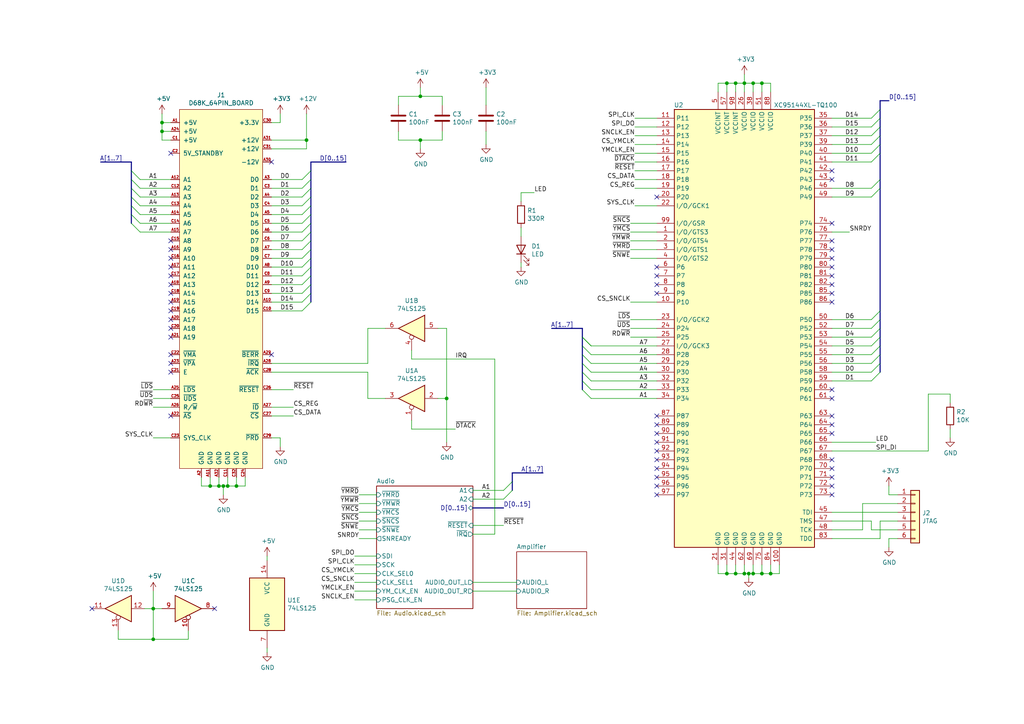
<source format=kicad_sch>
(kicad_sch (version 20211123) (generator eeschema)
  (paper "A4")
  (lib_symbols
    (symbol "74xx:74LS125" (pin_names (offset 1.016))
      (property "Reference" "U" (at 0 1.27 0))
      (property "Value" "74LS125" (at 0 -1.27 0))
      (symbol "74LS125_1_0"
        (polyline (pts (xy -3.81 3.81) (xy -3.81 -3.81) (xy 3.81 0) (xy -3.81 3.81)) (stroke (width 0.254)) (fill (type background)))
        (pin input inverted (at 0 -6.35 90) (length 4.445) (name "~") (number "1"))
        (pin input line (at -7.62 0 0) (length 3.81) (name "~") (number "2"))
        (pin tri_state line (at 7.62 0 180) (length 3.81) (name "~") (number "3"))
      )
      (symbol "74LS125_2_0"
        (polyline (pts (xy -3.81 3.81) (xy -3.81 -3.81) (xy 3.81 0) (xy -3.81 3.81)) (stroke (width 0.254)) (fill (type background)))
        (pin input inverted (at 0 -6.35 90) (length 4.445) (name "~") (number "4"))
        (pin input line (at -7.62 0 0) (length 3.81) (name "~") (number "5"))
        (pin tri_state line (at 7.62 0 180) (length 3.81) (name "~") (number "6"))
      )
      (symbol "74LS125_3_0"
        (polyline (pts (xy -3.81 3.81) (xy -3.81 -3.81) (xy 3.81 0) (xy -3.81 3.81)) (stroke (width 0.254)) (fill (type background)))
        (pin input inverted (at 0 -6.35 90) (length 4.445) (name "~") (number "10"))
        (pin tri_state line (at 7.62 0 180) (length 3.81) (name "~") (number "8"))
        (pin input line (at -7.62 0 0) (length 3.81) (name "~") (number "9"))
      )
      (symbol "74LS125_4_0"
        (polyline (pts (xy -3.81 3.81) (xy -3.81 -3.81) (xy 3.81 0) (xy -3.81 3.81)) (stroke (width 0.254)) (fill (type background)))
        (pin tri_state line (at 7.62 0 180) (length 3.81) (name "~") (number "11"))
        (pin input line (at -7.62 0 0) (length 3.81) (name "~") (number "12"))
        (pin input inverted (at 0 -6.35 90) (length 4.445) (name "~") (number "13"))
      )
      (symbol "74LS125_5_0"
        (pin power_in line (at 0 12.7 270) (length 5.08) (name "VCC") (number "14"))
        (pin power_in line (at 0 -12.7 90) (length 5.08) (name "GND") (number "7"))
      )
      (symbol "74LS125_5_1"
        (rectangle (start -5.08 7.62) (end 5.08 -7.62) (stroke (width 0.254)) (fill (type background)))
      )
    )
    (symbol "CPLD_Xilinx:XC95144XL-TQ100"
      (property "Reference" "U" (at -20.32 64.77 0))
      (property "Value" "XC95144XL-TQ100" (at -20.32 -64.77 0))
      (symbol "XC95144XL-TQ100_1_1"
        (rectangle (start -20.32 63.5) (end 20.32 -63.5) (stroke (width 0.254)) (fill (type background)))
        (pin bidirectional line (at -25.4 27.94 0) (length 5.08) (name "I/O/GTS3") (number "1"))
        (pin bidirectional line (at -25.4 7.62 0) (length 5.08) (name "P10") (number "10"))
        (pin power_in line (at 10.16 -68.58 90) (length 5.08) (name "GND") (number "100"))
        (pin bidirectional line (at -25.4 60.96 0) (length 5.08) (name "P11") (number "11"))
        (pin bidirectional line (at -25.4 58.42 0) (length 5.08) (name "P12") (number "12"))
        (pin bidirectional line (at -25.4 55.88 0) (length 5.08) (name "P13") (number "13"))
        (pin bidirectional line (at -25.4 53.34 0) (length 5.08) (name "P14") (number "14"))
        (pin bidirectional line (at -25.4 50.8 0) (length 5.08) (name "P15") (number "15"))
        (pin bidirectional line (at -25.4 48.26 0) (length 5.08) (name "P16") (number "16"))
        (pin bidirectional line (at -25.4 45.72 0) (length 5.08) (name "P17") (number "17"))
        (pin bidirectional line (at -25.4 43.18 0) (length 5.08) (name "P18") (number "18"))
        (pin bidirectional line (at -25.4 40.64 0) (length 5.08) (name "P19") (number "19"))
        (pin bidirectional line (at -25.4 25.4 0) (length 5.08) (name "I/O/GTS4") (number "2"))
        (pin bidirectional line (at -25.4 38.1 0) (length 5.08) (name "P20") (number "20"))
        (pin power_in line (at -7.62 -68.58 90) (length 5.08) (name "GND") (number "21"))
        (pin bidirectional line (at -25.4 35.56 0) (length 5.08) (name "I/O/GCK1") (number "22"))
        (pin bidirectional line (at -25.4 2.54 0) (length 5.08) (name "I/O/GCK2") (number "23"))
        (pin bidirectional line (at -25.4 0 0) (length 5.08) (name "P24") (number "24"))
        (pin bidirectional line (at -25.4 -2.54 0) (length 5.08) (name "P25") (number "25"))
        (pin power_in line (at 0 68.58 270) (length 5.08) (name "VCCIO") (number "26"))
        (pin bidirectional line (at -25.4 -5.08 0) (length 5.08) (name "I/O/GCK3") (number "27"))
        (pin bidirectional line (at -25.4 -7.62 0) (length 5.08) (name "P28") (number "28"))
        (pin bidirectional line (at -25.4 -10.16 0) (length 5.08) (name "P29") (number "29"))
        (pin bidirectional line (at -25.4 22.86 0) (length 5.08) (name "I/O/GTS1") (number "3"))
        (pin bidirectional line (at -25.4 -12.7 0) (length 5.08) (name "P30") (number "30"))
        (pin power_in line (at -5.08 -68.58 90) (length 5.08) (name "GND") (number "31"))
        (pin bidirectional line (at -25.4 -15.24 0) (length 5.08) (name "P32") (number "32"))
        (pin bidirectional line (at -25.4 -17.78 0) (length 5.08) (name "P33") (number "33"))
        (pin bidirectional line (at -25.4 -20.32 0) (length 5.08) (name "P34") (number "34"))
        (pin bidirectional line (at 25.4 60.96 180) (length 5.08) (name "P35") (number "35"))
        (pin bidirectional line (at 25.4 58.42 180) (length 5.08) (name "P36") (number "36"))
        (pin bidirectional line (at 25.4 55.88 180) (length 5.08) (name "P37") (number "37"))
        (pin power_in line (at 2.54 68.58 270) (length 5.08) (name "VCCIO") (number "38"))
        (pin bidirectional line (at 25.4 53.34 180) (length 5.08) (name "P39") (number "39"))
        (pin bidirectional line (at -25.4 20.32 0) (length 5.08) (name "I/O/GTS2") (number "4"))
        (pin bidirectional line (at 25.4 50.8 180) (length 5.08) (name "P40") (number "40"))
        (pin bidirectional line (at 25.4 48.26 180) (length 5.08) (name "P41") (number "41"))
        (pin bidirectional line (at 25.4 45.72 180) (length 5.08) (name "P42") (number "42"))
        (pin bidirectional line (at 25.4 43.18 180) (length 5.08) (name "P43") (number "43"))
        (pin power_in line (at -2.54 -68.58 90) (length 5.08) (name "GND") (number "44"))
        (pin input line (at 25.4 -53.34 180) (length 5.08) (name "TDI") (number "45"))
        (pin bidirectional line (at 25.4 40.64 180) (length 5.08) (name "P46") (number "46"))
        (pin input line (at 25.4 -55.88 180) (length 5.08) (name "TMS") (number "47"))
        (pin input line (at 25.4 -58.42 180) (length 5.08) (name "TCK") (number "48"))
        (pin bidirectional line (at 25.4 38.1 180) (length 5.08) (name "P49") (number "49"))
        (pin power_in line (at -7.62 68.58 270) (length 5.08) (name "VCCINT") (number "5"))
        (pin bidirectional line (at 25.4 2.54 180) (length 5.08) (name "P50") (number "50"))
        (pin power_in line (at 5.08 68.58 270) (length 5.08) (name "VCCIO") (number "51"))
        (pin bidirectional line (at 25.4 0 180) (length 5.08) (name "P52") (number "52"))
        (pin bidirectional line (at 25.4 -2.54 180) (length 5.08) (name "P53") (number "53"))
        (pin bidirectional line (at 25.4 -5.08 180) (length 5.08) (name "P54") (number "54"))
        (pin bidirectional line (at 25.4 -7.62 180) (length 5.08) (name "P55") (number "55"))
        (pin bidirectional line (at 25.4 -10.16 180) (length 5.08) (name "P56") (number "56"))
        (pin power_in line (at -5.08 68.58 270) (length 5.08) (name "VCCINT") (number "57"))
        (pin bidirectional line (at 25.4 -12.7 180) (length 5.08) (name "P58") (number "58"))
        (pin bidirectional line (at 25.4 -15.24 180) (length 5.08) (name "P59") (number "59"))
        (pin bidirectional line (at -25.4 17.78 0) (length 5.08) (name "P6") (number "6"))
        (pin bidirectional line (at 25.4 -17.78 180) (length 5.08) (name "P60") (number "60"))
        (pin bidirectional line (at 25.4 -20.32 180) (length 5.08) (name "P61") (number "61"))
        (pin power_in line (at 0 -68.58 90) (length 5.08) (name "GND") (number "62"))
        (pin bidirectional line (at 25.4 -25.4 180) (length 5.08) (name "P63") (number "63"))
        (pin bidirectional line (at 25.4 -27.94 180) (length 5.08) (name "P64") (number "64"))
        (pin bidirectional line (at 25.4 -30.48 180) (length 5.08) (name "P65") (number "65"))
        (pin bidirectional line (at 25.4 -33.02 180) (length 5.08) (name "P66") (number "66"))
        (pin bidirectional line (at 25.4 -35.56 180) (length 5.08) (name "P67") (number "67"))
        (pin bidirectional line (at 25.4 -38.1 180) (length 5.08) (name "P68") (number "68"))
        (pin power_in line (at 2.54 -68.58 90) (length 5.08) (name "GND") (number "69"))
        (pin bidirectional line (at -25.4 15.24 0) (length 5.08) (name "P7") (number "7"))
        (pin bidirectional line (at 25.4 -40.64 180) (length 5.08) (name "P70") (number "70"))
        (pin bidirectional line (at 25.4 -43.18 180) (length 5.08) (name "P71") (number "71"))
        (pin bidirectional line (at 25.4 -45.72 180) (length 5.08) (name "P72") (number "72"))
        (pin bidirectional line (at 25.4 -48.26 180) (length 5.08) (name "P73") (number "73"))
        (pin bidirectional line (at 25.4 30.48 180) (length 5.08) (name "P74") (number "74"))
        (pin power_in line (at 5.08 -68.58 90) (length 5.08) (name "GND") (number "75"))
        (pin bidirectional line (at 25.4 27.94 180) (length 5.08) (name "P76") (number "76"))
        (pin bidirectional line (at 25.4 25.4 180) (length 5.08) (name "P77") (number "77"))
        (pin bidirectional line (at 25.4 22.86 180) (length 5.08) (name "P78") (number "78"))
        (pin bidirectional line (at 25.4 20.32 180) (length 5.08) (name "P79") (number "79"))
        (pin bidirectional line (at -25.4 12.7 0) (length 5.08) (name "P8") (number "8"))
        (pin bidirectional line (at 25.4 17.78 180) (length 5.08) (name "P80") (number "80"))
        (pin bidirectional line (at 25.4 15.24 180) (length 5.08) (name "P81") (number "81"))
        (pin bidirectional line (at 25.4 12.7 180) (length 5.08) (name "P82") (number "82"))
        (pin output line (at 25.4 -60.96 180) (length 5.08) (name "TDO") (number "83"))
        (pin power_in line (at 7.62 -68.58 90) (length 5.08) (name "GND") (number "84"))
        (pin bidirectional line (at 25.4 10.16 180) (length 5.08) (name "P85") (number "85"))
        (pin bidirectional line (at 25.4 7.62 180) (length 5.08) (name "P86") (number "86"))
        (pin bidirectional line (at -25.4 -25.4 0) (length 5.08) (name "P87") (number "87"))
        (pin power_in line (at 7.62 68.58 270) (length 5.08) (name "VCCIO") (number "88"))
        (pin bidirectional line (at -25.4 -27.94 0) (length 5.08) (name "P89") (number "89"))
        (pin bidirectional line (at -25.4 10.16 0) (length 5.08) (name "P9") (number "9"))
        (pin bidirectional line (at -25.4 -30.48 0) (length 5.08) (name "P90") (number "90"))
        (pin bidirectional line (at -25.4 -33.02 0) (length 5.08) (name "P91") (number "91"))
        (pin bidirectional line (at -25.4 -35.56 0) (length 5.08) (name "P92") (number "92"))
        (pin bidirectional line (at -25.4 -38.1 0) (length 5.08) (name "P93") (number "93"))
        (pin bidirectional line (at -25.4 -40.64 0) (length 5.08) (name "P94") (number "94"))
        (pin bidirectional line (at -25.4 -43.18 0) (length 5.08) (name "P95") (number "95"))
        (pin bidirectional line (at -25.4 -45.72 0) (length 5.08) (name "P96") (number "96"))
        (pin bidirectional line (at -25.4 -48.26 0) (length 5.08) (name "P97") (number "97"))
        (pin power_in line (at -2.54 68.58 270) (length 5.08) (name "VCCINT") (number "98"))
        (pin bidirectional line (at -25.4 30.48 0) (length 5.08) (name "I/O/GSR") (number "99"))
      )
    )
    (symbol "Connector_Generic:Conn_01x06" (pin_names (offset 1.016) hide)
      (property "Reference" "J" (at 0 7.62 0))
      (property "Value" "Conn_01x06" (at 0 -10.16 0))
      (symbol "Conn_01x06_1_1"
        (rectangle (start -1.27 -7.493) (end 0 -7.747) (stroke (width 0.1524)))
        (rectangle (start -1.27 -4.953) (end 0 -5.207) (stroke (width 0.1524)))
        (rectangle (start -1.27 -2.413) (end 0 -2.667) (stroke (width 0.1524)))
        (rectangle (start -1.27 0.127) (end 0 -0.127) (stroke (width 0.1524)))
        (rectangle (start -1.27 2.667) (end 0 2.413) (stroke (width 0.1524)))
        (rectangle (start -1.27 5.207) (end 0 4.953) (stroke (width 0.1524)))
        (rectangle (start -1.27 6.35) (end 1.27 -8.89) (stroke (width 0.254)) (fill (type background)))
        (pin passive line (at -5.08 5.08 0) (length 3.81) (name "Pin_1") (number "1"))
        (pin passive line (at -5.08 2.54 0) (length 3.81) (name "Pin_2") (number "2"))
        (pin passive line (at -5.08 0 0) (length 3.81) (name "Pin_3") (number "3"))
        (pin passive line (at -5.08 -2.54 0) (length 3.81) (name "Pin_4") (number "4"))
        (pin passive line (at -5.08 -5.08 0) (length 3.81) (name "Pin_5") (number "5"))
        (pin passive line (at -5.08 -7.62 0) (length 3.81) (name "Pin_6") (number "6"))
      )
    )
    (symbol "Ddraig:D68K_64PIN_BOARD" (pin_names (offset 1.016))
      (property "Reference" "J" (at -11.43 53.34 0))
      (property "Value" "D68K_64PIN_BOARD" (at -2.54 50.8 0))
      (symbol "D68K_64PIN_BOARD_0_1"
        (rectangle (start -12.7 48.26) (end 11.43 -55.88) (fill (type background)))
      )
      (symbol "D68K_64PIN_BOARD_1_1"
        (pin power_in line (at -15.24 44.45 0) (length 2.54) (name "+5V") (number "A1"))
        (pin bidirectional line (at 13.97 -7.62 180) (length 2.54) (name "D14") (number "A10"))
        (pin power_in line (at -3.81 -58.42 90) (length 2.54) (name "GND") (number "A11"))
        (pin output line (at -15.24 27.94 0) (length 2.54) (name "A1") (number "A12"))
        (pin output line (at -15.24 22.86 0) (length 2.54) (name "A3") (number "A13"))
        (pin output line (at -15.24 17.78 0) (length 2.54) (name "A5") (number "A14"))
        (pin output line (at -15.24 12.7 0) (length 2.54) (name "A7") (number "A15"))
        (pin output line (at -15.24 7.62 0) (length 2.54) (name "A9") (number "A16"))
        (pin output line (at -15.24 2.54 0) (length 2.54) (name "A11") (number "A17"))
        (pin output line (at -15.24 -2.54 0) (length 2.54) (name "A13") (number "A18"))
        (pin output line (at -15.24 -7.62 0) (length 2.54) (name "A15") (number "A19"))
        (pin power_in line (at -6.35 -58.42 90) (length 2.54) (name "GND") (number "A2"))
        (pin output line (at -15.24 -12.7 0) (length 2.54) (name "A17") (number "A20"))
        (pin output line (at -15.24 -17.78 0) (length 2.54) (name "A19") (number "A21"))
        (pin output line (at -15.24 -40.64 0) (length 2.54) (name "~{AS}") (number "A22"))
        (pin output line (at -15.24 -25.4 0) (length 2.54) (name "~{VPA}") (number "A23"))
        (pin power_in line (at -15.24 41.91 0) (length 2.54) (name "+5V") (number "A24"))
        (pin output line (at -15.24 -33.02 0) (length 2.54) (name "~{LDS}") (number "A25"))
        (pin output line (at -15.24 -38.1 0) (length 2.54) (name "R/~{W}") (number "A26"))
        (pin output line (at 13.97 -38.1 180) (length 2.54) (name "~{ID}") (number "A27"))
        (pin input line (at 13.97 -25.4 180) (length 2.54) (name "~{IRQ}") (number "A28"))
        (pin input line (at 13.97 -22.86 180) (length 2.54) (name "~{BERR}") (number "A29"))
        (pin bidirectional line (at 13.97 27.94 180) (length 2.54) (name "D0") (number "A3"))
        (pin power_in line (at 13.97 33.02 180) (length 2.54) (name "-12V") (number "A30"))
        (pin power_in line (at 13.97 39.37 180) (length 2.54) (name "+12V") (number "A31"))
        (pin power_in line (at -1.27 -58.42 90) (length 2.54) (name "GND") (number "A32"))
        (pin bidirectional line (at 13.97 22.86 180) (length 2.54) (name "D2") (number "A4"))
        (pin bidirectional line (at 13.97 17.78 180) (length 2.54) (name "D4") (number "A5"))
        (pin bidirectional line (at 13.97 12.7 180) (length 2.54) (name "D6") (number "A6"))
        (pin bidirectional line (at 13.97 7.62 180) (length 2.54) (name "D8") (number "A7"))
        (pin bidirectional line (at 13.97 2.54 180) (length 2.54) (name "D10") (number "A8"))
        (pin bidirectional line (at 13.97 -2.54 180) (length 2.54) (name "D12") (number "A9"))
        (pin power_in line (at -15.24 39.37 0) (length 2.54) (name "+5V") (number "C1"))
        (pin bidirectional line (at 13.97 -10.16 180) (length 2.54) (name "D15") (number "C10"))
        (pin power_in line (at 1.27 -58.42 90) (length 2.54) (name "GND") (number "C11"))
        (pin output line (at -15.24 25.4 0) (length 2.54) (name "A2") (number "C12"))
        (pin output line (at -15.24 20.32 0) (length 2.54) (name "A4") (number "C13"))
        (pin output line (at -15.24 15.24 0) (length 2.54) (name "A6") (number "C14"))
        (pin output line (at -15.24 10.16 0) (length 2.54) (name "A8") (number "C15"))
        (pin output line (at -15.24 5.08 0) (length 2.54) (name "A10") (number "C16"))
        (pin output line (at -15.24 0 0) (length 2.54) (name "A12") (number "C17"))
        (pin output line (at -15.24 -5.08 0) (length 2.54) (name "A14") (number "C18"))
        (pin output line (at -15.24 -10.16 0) (length 2.54) (name "A16") (number "C19"))
        (pin power_in line (at -15.24 35.56 0) (length 2.54) (name "5V_STANDBY") (number "C2"))
        (pin output line (at -15.24 -15.24 0) (length 2.54) (name "A18") (number "C20"))
        (pin output line (at -15.24 -27.94 0) (length 2.54) (name "E") (number "C21"))
        (pin output line (at -15.24 -22.86 0) (length 2.54) (name "~{VMA}") (number "C22"))
        (pin output line (at -15.24 -46.99 0) (length 2.54) (name "SYS_CLK") (number "C23"))
        (pin power_in line (at 6.35 -58.42 90) (length 2.54) (name "GND") (number "C24"))
        (pin output line (at -15.24 -35.56 0) (length 2.54) (name "~{UDS}") (number "C25"))
        (pin output line (at 13.97 -33.02 180) (length 2.54) (name "~{RESET}") (number "C26"))
        (pin output line (at 13.97 -40.64 180) (length 2.54) (name "~{CS}") (number "C27"))
        (pin input line (at 13.97 -27.94 180) (length 2.54) (name "~{ACK}") (number "C28"))
        (pin passive line (at 13.97 -46.99 180) (length 2.54) (name "~{PRD}") (number "C29"))
        (pin bidirectional line (at 13.97 25.4 180) (length 2.54) (name "D1") (number "C3"))
        (pin power_in line (at 13.97 44.45 180) (length 2.54) (name "+3.3V") (number "C30"))
        (pin power_in line (at 13.97 36.83 180) (length 2.54) (name "+12V") (number "C31"))
        (pin power_in line (at 3.81 -58.42 90) (length 2.54) (name "GND") (number "C32"))
        (pin bidirectional line (at 13.97 20.32 180) (length 2.54) (name "D3") (number "C4"))
        (pin bidirectional line (at 13.97 15.24 180) (length 2.54) (name "D5") (number "C5"))
        (pin bidirectional line (at 13.97 10.16 180) (length 2.54) (name "D7") (number "C6"))
        (pin bidirectional line (at 13.97 5.08 180) (length 2.54) (name "D9") (number "C7"))
        (pin bidirectional line (at 13.97 0 180) (length 2.54) (name "D11") (number "C8"))
        (pin bidirectional line (at 13.97 -5.08 180) (length 2.54) (name "D13") (number "C9"))
      )
    )
    (symbol "Device:C" (pin_numbers hide) (pin_names (offset 0.254))
      (property "Reference" "C" (at 0.635 2.54 0))
      (property "Value" "C" (at 0.635 -2.54 0))
      (symbol "C_0_1"
        (polyline (pts (xy -2.032 -0.762) (xy 2.032 -0.762)) (stroke (width 0.508)))
        (polyline (pts (xy -2.032 0.762) (xy 2.032 0.762)) (stroke (width 0.508)))
      )
      (symbol "C_1_1"
        (pin passive line (at 0 3.81 270) (length 2.794) (name "~") (number "1"))
        (pin passive line (at 0 -3.81 90) (length 2.794) (name "~") (number "2"))
      )
    )
    (symbol "Device:LED" (pin_numbers hide) (pin_names (offset 1.016) hide)
      (property "Reference" "D" (at 0 2.54 0))
      (property "Value" "LED" (at 0 -2.54 0))
      (symbol "LED_0_1"
        (polyline (pts (xy -1.27 -1.27) (xy -1.27 1.27)) (stroke (width 0.254)))
        (polyline (pts (xy -1.27 0) (xy 1.27 0)))
        (polyline (pts (xy 1.27 -1.27) (xy 1.27 1.27) (xy -1.27 0) (xy 1.27 -1.27)) (stroke (width 0.254)))
        (polyline (pts (xy -3.048 -0.762) (xy -4.572 -2.286) (xy -3.81 -2.286) (xy -4.572 -2.286) (xy -4.572 -1.524)))
        (polyline (pts (xy -1.778 -0.762) (xy -3.302 -2.286) (xy -2.54 -2.286) (xy -3.302 -2.286) (xy -3.302 -1.524)))
      )
      (symbol "LED_1_1"
        (pin passive line (at -3.81 0 0) (length 2.54) (name "K") (number "1"))
        (pin passive line (at 3.81 0 180) (length 2.54) (name "A") (number "2"))
      )
    )
    (symbol "Device:R" (pin_numbers hide) (pin_names (offset 0))
      (property "Reference" "R" (at 2.032 0 90))
      (property "Value" "R" (at 0 0 90))
      (symbol "R_0_1"
        (rectangle (start -1.016 -2.54) (end 1.016 2.54) (stroke (width 0.254)))
      )
      (symbol "R_1_1"
        (pin passive line (at 0 3.81 270) (length 1.27) (name "~") (number "1"))
        (pin passive line (at 0 -3.81 90) (length 1.27) (name "~") (number "2"))
      )
    )
    (symbol "power:+12V" (power) (pin_names (offset 0))
      (property "Value" "+12V" (at 0 3.556 0))
      (symbol "+12V_0_1"
        (polyline (pts (xy -0.762 1.27) (xy 0 2.54)))
        (polyline (pts (xy 0 0) (xy 0 2.54)))
        (polyline (pts (xy 0 2.54) (xy 0.762 1.27)))
      )
      (symbol "+12V_1_1"
        (pin power_in line (at 0 0 90) (length 0) hide (name "+12V") (number "1"))
      )
    )
    (symbol "power:+3V3" (power) (pin_names (offset 0))
      (property "Value" "+3V3" (at 0 3.556 0))
      (symbol "+3V3_0_1"
        (polyline (pts (xy -0.762 1.27) (xy 0 2.54)))
        (polyline (pts (xy 0 0) (xy 0 2.54)))
        (polyline (pts (xy 0 2.54) (xy 0.762 1.27)))
      )
      (symbol "+3V3_1_1"
        (pin power_in line (at 0 0 90) (length 0) hide (name "+3V3") (number "1"))
      )
    )
    (symbol "power:+5V" (power) (pin_names (offset 0))
      (property "Value" "+5V" (at 0 3.556 0))
      (symbol "+5V_0_1"
        (polyline (pts (xy -0.762 1.27) (xy 0 2.54)))
        (polyline (pts (xy 0 0) (xy 0 2.54)))
        (polyline (pts (xy 0 2.54) (xy 0.762 1.27)))
      )
      (symbol "+5V_1_1"
        (pin power_in line (at 0 0 90) (length 0) hide (name "+5V") (number "1"))
      )
    )
    (symbol "power:GND" (power) (pin_names (offset 0))
      (property "Value" "GND" (at 0 -3.81 0))
      (symbol "GND_0_1"
        (polyline (pts (xy 0 0) (xy 0 -1.27) (xy 1.27 -1.27) (xy 0 -2.54) (xy -1.27 -1.27) (xy 0 -1.27)))
      )
      (symbol "GND_1_1"
        (pin power_in line (at 0 0 270) (length 0) hide (name "GND") (number "1"))
      )
    )
  )
  (junction (at 220.98 24.13))
  (junction (at 46.99 38.1))
  (junction (at 215.9 166.37))
  (junction (at 63.5 140.97))
  (junction (at 60.96 140.97))
  (junction (at 213.36 166.37))
  (junction (at 129.54 115.57))
  (junction (at 44.45 185.42))
  (junction (at 210.82 166.37))
  (junction (at 68.58 140.97))
  (junction (at 218.44 166.37))
  (junction (at 44.45 176.53))
  (junction (at 88.9 40.64))
  (junction (at 210.82 24.13))
  (junction (at 66.04 140.97))
  (junction (at 121.92 27.94))
  (junction (at 121.92 40.64))
  (junction (at 46.99 35.56))
  (junction (at 213.36 24.13))
  (junction (at 218.44 24.13))
  (junction (at 217.17 166.37))
  (junction (at 223.52 166.37))
  (junction (at 220.98 166.37))
  (junction (at 215.9 24.13))
  (junction (at 64.77 140.97))
  (no_connect (at 241.3 52.07))
  (no_connect (at 241.3 143.51))
  (no_connect (at 241.3 49.53))
  (no_connect (at 190.5 135.89))
  (no_connect (at 241.3 80.01))
  (no_connect (at 241.3 125.73))
  (no_connect (at 190.5 85.09))
  (no_connect (at 49.53 77.47))
  (no_connect (at 49.53 95.25))
  (no_connect (at 190.5 82.55))
  (no_connect (at 241.3 113.03))
  (no_connect (at 241.3 140.97))
  (no_connect (at 241.3 135.89))
  (no_connect (at 49.53 102.87))
  (no_connect (at 241.3 138.43))
  (no_connect (at 190.5 130.81))
  (no_connect (at 49.53 97.79))
  (no_connect (at 241.3 133.35))
  (no_connect (at 78.74 102.87))
  (no_connect (at 190.5 133.35))
  (no_connect (at 241.3 74.93))
  (no_connect (at 62.23 176.53))
  (no_connect (at 49.53 74.93))
  (no_connect (at 190.5 128.27))
  (no_connect (at 49.53 107.95))
  (no_connect (at 241.3 123.19))
  (no_connect (at 190.5 140.97))
  (no_connect (at 26.67 176.53))
  (no_connect (at 190.5 120.65))
  (no_connect (at 241.3 87.63))
  (no_connect (at 49.53 92.71))
  (no_connect (at 49.53 120.65))
  (no_connect (at 190.5 77.47))
  (no_connect (at 49.53 72.39))
  (no_connect (at 49.53 80.01))
  (no_connect (at 49.53 85.09))
  (no_connect (at 49.53 44.45))
  (no_connect (at 241.3 69.85))
  (no_connect (at 78.74 46.99))
  (no_connect (at 49.53 82.55))
  (no_connect (at 49.53 87.63))
  (no_connect (at 241.3 77.47))
  (no_connect (at 190.5 57.15))
  (no_connect (at 241.3 85.09))
  (no_connect (at 241.3 64.77))
  (no_connect (at 241.3 82.55))
  (no_connect (at 241.3 120.65))
  (no_connect (at 190.5 80.01))
  (no_connect (at 190.5 125.73))
  (no_connect (at 241.3 115.57))
  (no_connect (at 49.53 90.17))
  (no_connect (at 49.53 69.85))
  (no_connect (at 49.53 105.41))
  (no_connect (at 190.5 143.51))
  (no_connect (at 190.5 123.19))
  (no_connect (at 241.3 72.39))
  (no_connect (at 190.5 138.43))
  (bus_entry (at 90.17 57.15) (size -2.54 2.54))
  (bus_entry (at 255.27 41.91) (size -2.54 2.54))
  (bus_entry (at 168.91 102.87) (size 2.54 2.54))
  (bus_entry (at 168.91 97.79) (size 2.54 2.54))
  (bus_entry (at 255.27 31.75) (size -2.54 2.54))
  (bus_entry (at 148.59 142.24) (size -2.54 2.54))
  (bus_entry (at 168.91 110.49) (size 2.54 2.54))
  (bus_entry (at 38.1 57.15) (size 2.54 2.54))
  (bus_entry (at 255.27 107.95) (size -2.54 2.54))
  (bus_entry (at 168.91 113.03) (size 2.54 2.54))
  (bus_entry (at 90.17 49.53) (size -2.54 2.54))
  (bus_entry (at 255.27 92.71) (size -2.54 2.54))
  (bus_entry (at 168.91 100.33) (size 2.54 2.54))
  (bus_entry (at 90.17 72.39) (size -2.54 2.54))
  (bus_entry (at 255.27 95.25) (size -2.54 2.54))
  (bus_entry (at 255.27 44.45) (size -2.54 2.54))
  (bus_entry (at 168.91 97.79) (size 2.54 2.54))
  (bus_entry (at 90.17 67.31) (size -2.54 2.54))
  (bus_entry (at 38.1 54.61) (size 2.54 2.54))
  (bus_entry (at 90.17 85.09) (size -2.54 2.54))
  (bus_entry (at 38.1 52.07) (size 2.54 2.54))
  (bus_entry (at 90.17 87.63) (size -2.54 2.54))
  (bus_entry (at 90.17 74.93) (size -2.54 2.54))
  (bus_entry (at 255.27 105.41) (size -2.54 2.54))
  (bus_entry (at 255.27 52.07) (size -2.54 2.54))
  (bus_entry (at 90.17 77.47) (size -2.54 2.54))
  (bus_entry (at 255.27 34.29) (size -2.54 2.54))
  (bus_entry (at 148.59 139.7) (size -2.54 2.54))
  (bus_entry (at 255.27 100.33) (size -2.54 2.54))
  (bus_entry (at 90.17 69.85) (size -2.54 2.54))
  (bus_entry (at 255.27 102.87) (size -2.54 2.54))
  (bus_entry (at 90.17 80.01) (size -2.54 2.54))
  (bus_entry (at 90.17 64.77) (size -2.54 2.54))
  (bus_entry (at 90.17 62.23) (size -2.54 2.54))
  (bus_entry (at 90.17 52.07) (size -2.54 2.54))
  (bus_entry (at 168.91 107.95) (size 2.54 2.54))
  (bus_entry (at 90.17 54.61) (size -2.54 2.54))
  (bus_entry (at 38.1 62.23) (size 2.54 2.54))
  (bus_entry (at 38.1 49.53) (size 2.54 2.54))
  (bus_entry (at 38.1 64.77) (size 2.54 2.54))
  (bus_entry (at 255.27 90.17) (size -2.54 2.54))
  (bus_entry (at 255.27 97.79) (size -2.54 2.54))
  (bus_entry (at 255.27 39.37) (size -2.54 2.54))
  (bus_entry (at 90.17 59.69) (size -2.54 2.54))
  (bus_entry (at 90.17 82.55) (size -2.54 2.54))
  (bus_entry (at 168.91 105.41) (size 2.54 2.54))
  (bus_entry (at 38.1 59.69) (size 2.54 2.54))
  (bus_entry (at 255.27 36.83) (size -2.54 2.54))
  (bus_entry (at 255.27 54.61) (size -2.54 2.54))
  (wire (pts (xy 119.38 104.14) (xy 143.51 104.14)))
  (bus (pts (xy 148.59 137.16) (xy 157.48 137.16)))
  (wire (pts (xy 208.28 24.13) (xy 208.28 26.67)))
  (wire (pts (xy 87.63 69.85) (xy 78.74 69.85)))
  (wire (pts (xy 115.57 38.1) (xy 115.57 40.64)))
  (wire (pts (xy 49.53 62.23) (xy 40.64 62.23)))
  (wire (pts (xy 241.3 128.27) (xy 254 128.27)))
  (wire (pts (xy 149.86 168.91) (xy 137.16 168.91)))
  (wire (pts (xy 190.5 41.91) (xy 184.15 41.91)))
  (wire (pts (xy 252.73 153.67) (xy 260.35 153.67)))
  (wire (pts (xy 223.52 163.83) (xy 223.52 166.37)))
  (wire (pts (xy 190.5 64.77) (xy 182.88 64.77)))
  (wire (pts (xy 66.04 140.97) (xy 68.58 140.97)))
  (bus (pts (xy 38.1 54.61) (xy 38.1 57.15)))
  (wire (pts (xy 58.42 138.43) (xy 58.42 140.97)))
  (wire (pts (xy 220.98 166.37) (xy 223.52 166.37)))
  (bus (pts (xy 90.17 59.69) (xy 90.17 62.23)))
  (wire (pts (xy 151.13 77.47) (xy 151.13 76.2)))
  (wire (pts (xy 190.5 69.85) (xy 182.88 69.85)))
  (wire (pts (xy 171.45 107.95) (xy 190.5 107.95)))
  (wire (pts (xy 46.99 176.53) (xy 44.45 176.53)))
  (bus (pts (xy 90.17 80.01) (xy 90.17 82.55)))
  (wire (pts (xy 215.9 166.37) (xy 217.17 166.37)))
  (wire (pts (xy 129.54 115.57) (xy 129.54 95.25)))
  (wire (pts (xy 87.63 57.15) (xy 78.74 57.15)))
  (wire (pts (xy 171.45 102.87) (xy 190.5 102.87)))
  (wire (pts (xy 217.17 167.64) (xy 217.17 166.37)))
  (wire (pts (xy 78.74 54.61) (xy 87.63 54.61)))
  (wire (pts (xy 104.14 151.13) (xy 109.22 151.13)))
  (wire (pts (xy 241.3 97.79) (xy 252.73 97.79)))
  (wire (pts (xy 46.99 35.56) (xy 46.99 38.1)))
  (bus (pts (xy 38.1 49.53) (xy 38.1 52.07)))
  (bus (pts (xy 255.27 52.07) (xy 255.27 54.61)))
  (bus (pts (xy 168.91 110.49) (xy 168.91 113.03)))
  (wire (pts (xy 151.13 55.88) (xy 154.94 55.88)))
  (wire (pts (xy 241.3 36.83) (xy 252.73 36.83)))
  (bus (pts (xy 168.91 100.33) (xy 168.91 102.87)))
  (wire (pts (xy 223.52 26.67) (xy 223.52 24.13)))
  (wire (pts (xy 250.19 146.05) (xy 250.19 153.67)))
  (wire (pts (xy 78.74 120.65) (xy 85.09 120.65)))
  (wire (pts (xy 190.5 72.39) (xy 182.88 72.39)))
  (wire (pts (xy 184.15 46.99) (xy 190.5 46.99)))
  (wire (pts (xy 137.16 171.45) (xy 149.86 171.45)))
  (wire (pts (xy 190.5 39.37) (xy 184.15 39.37)))
  (wire (pts (xy 58.42 140.97) (xy 60.96 140.97)))
  (wire (pts (xy 140.97 38.1) (xy 140.97 41.91)))
  (wire (pts (xy 151.13 58.42) (xy 151.13 55.88)))
  (wire (pts (xy 77.47 162.56) (xy 77.47 161.29)))
  (wire (pts (xy 77.47 189.23) (xy 77.47 187.96)))
  (wire (pts (xy 78.74 67.31) (xy 87.63 67.31)))
  (wire (pts (xy 250.19 146.05) (xy 260.35 146.05)))
  (wire (pts (xy 208.28 166.37) (xy 210.82 166.37)))
  (wire (pts (xy 49.53 35.56) (xy 46.99 35.56)))
  (bus (pts (xy 257.81 29.21) (xy 255.27 29.21)))
  (wire (pts (xy 190.5 34.29) (xy 184.15 34.29)))
  (bus (pts (xy 90.17 46.99) (xy 90.17 49.53)))
  (wire (pts (xy 213.36 166.37) (xy 215.9 166.37)))
  (wire (pts (xy 78.74 113.03) (xy 85.09 113.03)))
  (bus (pts (xy 168.91 97.79) (xy 168.91 100.33)))
  (wire (pts (xy 218.44 26.67) (xy 218.44 24.13)))
  (wire (pts (xy 223.52 166.37) (xy 226.06 166.37)))
  (wire (pts (xy 78.74 77.47) (xy 87.63 77.47)))
  (bus (pts (xy 255.27 92.71) (xy 255.27 95.25)))
  (wire (pts (xy 255.27 156.21) (xy 255.27 151.13)))
  (wire (pts (xy 127 115.57) (xy 129.54 115.57)))
  (wire (pts (xy 78.74 127) (xy 81.28 127)))
  (wire (pts (xy 171.45 115.57) (xy 190.5 115.57)))
  (wire (pts (xy 184.15 49.53) (xy 190.5 49.53)))
  (wire (pts (xy 46.99 40.64) (xy 49.53 40.64)))
  (wire (pts (xy 190.5 74.93) (xy 182.88 74.93)))
  (wire (pts (xy 190.5 92.71) (xy 182.88 92.71)))
  (bus (pts (xy 255.27 105.41) (xy 255.27 107.95)))
  (wire (pts (xy 146.05 152.4) (xy 137.16 152.4)))
  (wire (pts (xy 49.53 127) (xy 44.45 127)))
  (wire (pts (xy 220.98 26.67) (xy 220.98 24.13)))
  (bus (pts (xy 168.91 107.95) (xy 168.91 110.49)))
  (wire (pts (xy 241.3 92.71) (xy 252.73 92.71)))
  (wire (pts (xy 252.73 151.13) (xy 252.73 153.67)))
  (wire (pts (xy 128.27 30.48) (xy 128.27 27.94)))
  (wire (pts (xy 241.3 105.41) (xy 252.73 105.41)))
  (bus (pts (xy 90.17 82.55) (xy 90.17 85.09)))
  (wire (pts (xy 34.29 185.42) (xy 44.45 185.42)))
  (wire (pts (xy 275.59 116.84) (xy 275.59 114.3)))
  (bus (pts (xy 255.27 36.83) (xy 255.27 39.37)))
  (wire (pts (xy 146.05 144.78) (xy 137.16 144.78)))
  (wire (pts (xy 104.14 146.05) (xy 109.22 146.05)))
  (bus (pts (xy 168.91 95.25) (xy 160.02 95.25)))
  (wire (pts (xy 104.14 156.21) (xy 109.22 156.21)))
  (wire (pts (xy 78.74 90.17) (xy 87.63 90.17)))
  (wire (pts (xy 220.98 24.13) (xy 218.44 24.13)))
  (wire (pts (xy 78.74 52.07) (xy 87.63 52.07)))
  (wire (pts (xy 241.3 54.61) (xy 252.73 54.61)))
  (wire (pts (xy 44.45 118.11) (xy 49.53 118.11)))
  (wire (pts (xy 102.87 173.99) (xy 109.22 173.99)))
  (wire (pts (xy 78.74 43.18) (xy 88.9 43.18)))
  (wire (pts (xy 88.9 40.64) (xy 88.9 33.02)))
  (wire (pts (xy 63.5 140.97) (xy 64.77 140.97)))
  (wire (pts (xy 241.3 102.87) (xy 252.73 102.87)))
  (wire (pts (xy 68.58 138.43) (xy 68.58 140.97)))
  (wire (pts (xy 88.9 43.18) (xy 88.9 40.64)))
  (wire (pts (xy 190.5 97.79) (xy 182.88 97.79)))
  (wire (pts (xy 49.53 67.31) (xy 40.64 67.31)))
  (wire (pts (xy 143.51 104.14) (xy 143.51 154.94)))
  (bus (pts (xy 255.27 39.37) (xy 255.27 41.91)))
  (wire (pts (xy 215.9 163.83) (xy 215.9 166.37)))
  (bus (pts (xy 38.1 57.15) (xy 38.1 59.69)))
  (bus (pts (xy 168.91 105.41) (xy 168.91 107.95)))
  (bus (pts (xy 90.17 64.77) (xy 90.17 67.31)))
  (bus (pts (xy 255.27 44.45) (xy 255.27 52.07)))
  (wire (pts (xy 78.74 82.55) (xy 87.63 82.55)))
  (wire (pts (xy 40.64 64.77) (xy 49.53 64.77)))
  (wire (pts (xy 78.74 59.69) (xy 87.63 59.69)))
  (wire (pts (xy 241.3 156.21) (xy 255.27 156.21)))
  (wire (pts (xy 171.45 113.03) (xy 190.5 113.03)))
  (bus (pts (xy 90.17 52.07) (xy 90.17 54.61)))
  (wire (pts (xy 143.51 154.94) (xy 137.16 154.94)))
  (wire (pts (xy 215.9 21.59) (xy 215.9 24.13)))
  (wire (pts (xy 218.44 163.83) (xy 218.44 166.37)))
  (wire (pts (xy 241.3 39.37) (xy 252.73 39.37)))
  (wire (pts (xy 132.08 124.46) (xy 119.38 124.46)))
  (bus (pts (xy 148.59 137.16) (xy 148.59 139.7)))
  (wire (pts (xy 78.74 72.39) (xy 87.63 72.39)))
  (bus (pts (xy 90.17 77.47) (xy 90.17 80.01)))
  (bus (pts (xy 255.27 34.29) (xy 255.27 36.83)))
  (wire (pts (xy 109.22 171.45) (xy 102.87 171.45)))
  (bus (pts (xy 90.17 46.99) (xy 100.33 46.99)))
  (bus (pts (xy 255.27 41.91) (xy 255.27 44.45)))
  (wire (pts (xy 182.88 95.25) (xy 190.5 95.25)))
  (wire (pts (xy 102.87 163.83) (xy 109.22 163.83)))
  (bus (pts (xy 255.27 54.61) (xy 255.27 90.17)))
  (wire (pts (xy 63.5 138.43) (xy 63.5 140.97)))
  (wire (pts (xy 184.15 36.83) (xy 190.5 36.83)))
  (wire (pts (xy 213.36 26.67) (xy 213.36 24.13)))
  (wire (pts (xy 246.38 67.31) (xy 241.3 67.31)))
  (bus (pts (xy 90.17 54.61) (xy 90.17 57.15)))
  (wire (pts (xy 121.92 25.4) (xy 121.92 27.94)))
  (wire (pts (xy 241.3 151.13) (xy 252.73 151.13)))
  (bus (pts (xy 255.27 95.25) (xy 255.27 97.79)))
  (wire (pts (xy 40.64 59.69) (xy 49.53 59.69)))
  (bus (pts (xy 255.27 97.79) (xy 255.27 100.33)))
  (wire (pts (xy 210.82 26.67) (xy 210.82 24.13)))
  (wire (pts (xy 241.3 41.91) (xy 252.73 41.91)))
  (bus (pts (xy 38.1 52.07) (xy 38.1 54.61)))
  (wire (pts (xy 68.58 140.97) (xy 71.12 140.97)))
  (wire (pts (xy 241.3 34.29) (xy 252.73 34.29)))
  (wire (pts (xy 87.63 80.01) (xy 78.74 80.01)))
  (wire (pts (xy 44.45 185.42) (xy 54.61 185.42)))
  (wire (pts (xy 44.45 176.53) (xy 44.45 185.42)))
  (wire (pts (xy 269.24 114.3) (xy 275.59 114.3)))
  (wire (pts (xy 226.06 166.37) (xy 226.06 163.83)))
  (wire (pts (xy 140.97 25.4) (xy 140.97 30.48)))
  (bus (pts (xy 38.1 59.69) (xy 38.1 62.23)))
  (wire (pts (xy 275.59 127) (xy 275.59 124.46)))
  (wire (pts (xy 119.38 124.46) (xy 119.38 121.92)))
  (wire (pts (xy 109.22 166.37) (xy 102.87 166.37)))
  (bus (pts (xy 148.59 139.7) (xy 148.59 142.24)))
  (wire (pts (xy 210.82 166.37) (xy 213.36 166.37)))
  (bus (pts (xy 90.17 69.85) (xy 90.17 72.39)))
  (wire (pts (xy 257.81 140.97) (xy 257.81 143.51)))
  (wire (pts (xy 78.74 64.77) (xy 87.63 64.77)))
  (wire (pts (xy 269.24 130.81) (xy 269.24 114.3)))
  (bus (pts (xy 255.27 100.33) (xy 255.27 102.87)))
  (wire (pts (xy 184.15 44.45) (xy 190.5 44.45)))
  (wire (pts (xy 257.81 143.51) (xy 260.35 143.51)))
  (bus (pts (xy 38.1 46.99) (xy 38.1 49.53)))
  (wire (pts (xy 71.12 140.97) (xy 71.12 138.43)))
  (wire (pts (xy 184.15 54.61) (xy 190.5 54.61)))
  (bus (pts (xy 90.17 57.15) (xy 90.17 59.69)))
  (wire (pts (xy 121.92 27.94) (xy 128.27 27.94)))
  (wire (pts (xy 257.81 156.21) (xy 260.35 156.21)))
  (wire (pts (xy 171.45 105.41) (xy 190.5 105.41)))
  (wire (pts (xy 106.68 95.25) (xy 111.76 95.25)))
  (wire (pts (xy 121.92 40.64) (xy 128.27 40.64)))
  (bus (pts (xy 255.27 29.21) (xy 255.27 31.75)))
  (wire (pts (xy 217.17 166.37) (xy 218.44 166.37)))
  (wire (pts (xy 190.5 67.31) (xy 182.88 67.31)))
  (wire (pts (xy 215.9 26.67) (xy 215.9 24.13)))
  (wire (pts (xy 241.3 148.59) (xy 260.35 148.59)))
  (wire (pts (xy 40.64 57.15) (xy 49.53 57.15)))
  (wire (pts (xy 241.3 46.99) (xy 252.73 46.99)))
  (wire (pts (xy 257.81 158.75) (xy 257.81 156.21)))
  (wire (pts (xy 115.57 27.94) (xy 121.92 27.94)))
  (wire (pts (xy 129.54 95.25) (xy 127 95.25)))
  (wire (pts (xy 218.44 166.37) (xy 220.98 166.37)))
  (wire (pts (xy 78.74 40.64) (xy 88.9 40.64)))
  (wire (pts (xy 44.45 171.45) (xy 44.45 176.53)))
  (wire (pts (xy 78.74 35.56) (xy 81.28 35.56)))
  (wire (pts (xy 255.27 151.13) (xy 260.35 151.13)))
  (wire (pts (xy 49.53 52.07) (xy 40.64 52.07)))
  (bus (pts (xy 90.17 85.09) (xy 90.17 87.63)))
  (wire (pts (xy 78.74 62.23) (xy 87.63 62.23)))
  (wire (pts (xy 87.63 85.09) (xy 78.74 85.09)))
  (wire (pts (xy 34.29 182.88) (xy 34.29 185.42)))
  (wire (pts (xy 60.96 138.43) (xy 60.96 140.97)))
  (wire (pts (xy 40.64 54.61) (xy 49.53 54.61)))
  (wire (pts (xy 128.27 38.1) (xy 128.27 40.64)))
  (bus (pts (xy 255.27 90.17) (xy 255.27 92.71)))
  (wire (pts (xy 241.3 57.15) (xy 252.73 57.15)))
  (wire (pts (xy 218.44 24.13) (xy 215.9 24.13)))
  (bus (pts (xy 168.91 95.25) (xy 168.91 97.79)))
  (wire (pts (xy 241.3 95.25) (xy 252.73 95.25)))
  (bus (pts (xy 168.91 102.87) (xy 168.91 105.41)))
  (wire (pts (xy 250.19 153.67) (xy 241.3 153.67)))
  (bus (pts (xy 90.17 62.23) (xy 90.17 64.77)))
  (wire (pts (xy 81.28 35.56) (xy 81.28 33.02)))
  (bus (pts (xy 90.17 74.93) (xy 90.17 77.47)))
  (wire (pts (xy 210.82 163.83) (xy 210.82 166.37)))
  (wire (pts (xy 106.68 105.41) (xy 106.68 95.25)))
  (wire (pts (xy 78.74 87.63) (xy 87.63 87.63)))
  (wire (pts (xy 241.3 130.81) (xy 269.24 130.81)))
  (wire (pts (xy 220.98 163.83) (xy 220.98 166.37)))
  (wire (pts (xy 66.04 138.43) (xy 66.04 140.97)))
  (wire (pts (xy 109.22 161.29) (xy 102.87 161.29)))
  (wire (pts (xy 81.28 127) (xy 81.28 129.54)))
  (wire (pts (xy 109.22 143.51) (xy 104.14 143.51)))
  (wire (pts (xy 87.63 74.93) (xy 78.74 74.93)))
  (wire (pts (xy 54.61 185.42) (xy 54.61 182.88)))
  (wire (pts (xy 241.3 107.95) (xy 252.73 107.95)))
  (wire (pts (xy 223.52 24.13) (xy 220.98 24.13)))
  (bus (pts (xy 38.1 46.99) (xy 29.21 46.99)))
  (wire (pts (xy 190.5 52.07) (xy 184.15 52.07)))
  (wire (pts (xy 129.54 115.57) (xy 129.54 128.27)))
  (wire (pts (xy 60.96 140.97) (xy 63.5 140.97)))
  (wire (pts (xy 46.99 38.1) (xy 46.99 40.64)))
  (wire (pts (xy 64.77 140.97) (xy 66.04 140.97)))
  (wire (pts (xy 49.53 115.57) (xy 44.45 115.57)))
  (wire (pts (xy 46.99 33.02) (xy 46.99 35.56)))
  (bus (pts (xy 38.1 62.23) (xy 38.1 64.77)))
  (wire (pts (xy 78.74 105.41) (xy 106.68 105.41)))
  (wire (pts (xy 119.38 104.14) (xy 119.38 101.6)))
  (wire (pts (xy 171.45 100.33) (xy 190.5 100.33)))
  (wire (pts (xy 106.68 107.95) (xy 106.68 115.57)))
  (wire (pts (xy 208.28 163.83) (xy 208.28 166.37)))
  (wire (pts (xy 109.22 153.67) (xy 104.14 153.67)))
  (wire (pts (xy 210.82 24.13) (xy 208.28 24.13)))
  (wire (pts (xy 146.05 142.24) (xy 137.16 142.24)))
  (wire (pts (xy 213.36 163.83) (xy 213.36 166.37)))
  (wire (pts (xy 171.45 110.49) (xy 190.5 110.49)))
  (wire (pts (xy 85.09 118.11) (xy 78.74 118.11)))
  (wire (pts (xy 241.3 100.33) (xy 252.73 100.33)))
  (wire (pts (xy 121.92 43.18) (xy 121.92 40.64)))
  (wire (pts (xy 78.74 107.95) (xy 106.68 107.95)))
  (wire (pts (xy 64.77 143.51) (xy 64.77 140.97)))
  (wire (pts (xy 44.45 113.03) (xy 49.53 113.03)))
  (wire (pts (xy 213.36 24.13) (xy 210.82 24.13)))
  (wire (pts (xy 109.22 148.59) (xy 104.14 148.59)))
  (bus (pts (xy 90.17 67.31) (xy 90.17 69.85)))
  (wire (pts (xy 115.57 30.48) (xy 115.57 27.94)))
  (wire (pts (xy 106.68 115.57) (xy 111.76 115.57)))
  (bus (pts (xy 255.27 31.75) (xy 255.27 34.29)))
  (wire (pts (xy 241.3 110.49) (xy 252.73 110.49)))
  (wire (pts (xy 102.87 168.91) (xy 109.22 168.91)))
  (wire (pts (xy 49.53 38.1) (xy 46.99 38.1)))
  (bus (pts (xy 90.17 49.53) (xy 90.17 52.07)))
  (wire (pts (xy 241.3 44.45) (xy 252.73 44.45)))
  (wire (pts (xy 41.91 176.53) (xy 44.45 176.53)))
  (bus (pts (xy 255.27 102.87) (xy 255.27 105.41)))
  (wire (pts (xy 151.13 68.58) (xy 151.13 66.04)))
  (bus (pts (xy 90.17 72.39) (xy 90.17 74.93)))
  (wire (pts (xy 190.5 59.69) (xy 184.15 59.69)))
  (wire (pts (xy 215.9 24.13) (xy 213.36 24.13)))
  (wire (pts (xy 190.5 87.63) (xy 182.88 87.63)))
  (bus (pts (xy 146.05 147.32) (xy 137.16 147.32)))
  (wire (pts (xy 115.57 40.64) (xy 121.92 40.64)))
  (label "D13" (at 245.11 41.91 0))
  (label "D11" (at 81.28 80.01 0))
  (label "A[1..7]" (at 35.56 46.99 180))
  (label "CS_SNCLK" (at 102.87 168.91 180))
  (label "A1" (at 142.24 142.24 180))
  (label "A[1..7]" (at 166.37 95.25 180))
  (label "D[0..15]" (at 257.81 29.21 0))
  (label "D1" (at 81.28 54.61 0))
  (label "D10" (at 245.11 44.45 0))
  (label "SPI_CLK" (at 184.15 34.29 180))
  (label "A5" (at 43.18 62.23 0))
  (label "D0" (at 81.28 52.07 0))
  (label "D8" (at 81.28 72.39 0))
  (label "~{DTACK}" (at 132.08 124.46 0))
  (label "SNRDY" (at 104.14 156.21 180))
  (label "D11" (at 245.11 46.99 0))
  (label "A3" (at 185.42 110.49 0))
  (label "D3" (at 245.11 105.41 0))
  (label "A1" (at 185.42 115.57 0))
  (label "CS_REG" (at 184.15 54.61 180))
  (label "IRQ" (at 132.08 104.14 0))
  (label "D1" (at 245.11 110.49 0))
  (label "CS_DATA" (at 85.09 120.65 0))
  (label "D15" (at 81.28 90.17 0))
  (label "A2" (at 43.18 54.61 0))
  (label "CS_DATA" (at 184.15 52.07 180))
  (label "A7" (at 185.42 100.33 0))
  (label "D4" (at 245.11 97.79 0))
  (label "D6" (at 81.28 67.31 0))
  (label "LED" (at 254 128.27 0))
  (label "D12" (at 81.28 82.55 0))
  (label "A2" (at 185.42 113.03 0))
  (label "~{SNWE}" (at 104.14 153.67 180))
  (label "SYS_CLK" (at 184.15 59.69 180))
  (label "D15" (at 245.11 36.83 0))
  (label "SPI_DI" (at 254 130.81 0))
  (label "~{SNCS}" (at 182.88 64.77 180))
  (label "D5" (at 245.11 100.33 0))
  (label "SPI_DO" (at 102.87 161.29 180))
  (label "YMCLK_EN" (at 102.87 171.45 180))
  (label "D10" (at 81.28 77.47 0))
  (label "RD~{WR}" (at 182.88 97.79 180))
  (label "A4" (at 185.42 107.95 0))
  (label "D8" (at 245.11 54.61 0))
  (label "A[1..7]" (at 151.13 137.16 0))
  (label "CS_YMCLK" (at 102.87 166.37 180))
  (label "CS_YMCLK" (at 184.15 41.91 180))
  (label "D9" (at 81.28 74.93 0))
  (label "~{YMWR}" (at 104.14 146.05 180))
  (label "A7" (at 43.18 67.31 0))
  (label "D13" (at 81.28 85.09 0))
  (label "~{LDS}" (at 182.88 92.71 180))
  (label "~{RESET}" (at 184.15 49.53 180))
  (label "~{YMCS}" (at 104.14 148.59 180))
  (label "SYS_CLK" (at 44.45 127 180))
  (label "D14" (at 245.11 34.29 0))
  (label "~{UDS}" (at 44.45 115.57 180))
  (label "D7" (at 245.11 95.25 0))
  (label "RD~{WR}" (at 44.45 118.11 180))
  (label "SNCLK_EN" (at 102.87 173.99 180))
  (label "D7" (at 81.28 69.85 0))
  (label "A1" (at 43.18 52.07 0))
  (label "A2" (at 142.24 144.78 180))
  (label "~{YMWR}" (at 182.88 69.85 180))
  (label "LED" (at 154.94 55.88 0))
  (label "YMCLK_EN" (at 184.15 44.45 180))
  (label "D0" (at 245.11 107.95 0))
  (label "D12" (at 245.11 39.37 0))
  (label "A6" (at 43.18 64.77 0))
  (label "~{YMRD}" (at 104.14 143.51 180))
  (label "~{RESET}" (at 146.05 152.4 0))
  (label "~{RESET}" (at 85.09 113.03 0))
  (label "D3" (at 81.28 59.69 0))
  (label "~{YMRD}" (at 182.88 72.39 180))
  (label "D6" (at 245.11 92.71 0))
  (label "SPI_DO" (at 184.15 36.83 180))
  (label "D5" (at 81.28 64.77 0))
  (label "~{SNCS}" (at 104.14 151.13 180))
  (label "SPI_CLK" (at 102.87 163.83 180))
  (label "~{UDS}" (at 182.88 95.25 180))
  (label "D2" (at 81.28 57.15 0))
  (label "~{LDS}" (at 44.45 113.03 180))
  (label "D2" (at 245.11 102.87 0))
  (label "SNCLK_EN" (at 184.15 39.37 180))
  (label "D4" (at 81.28 62.23 0))
  (label "SNRDY" (at 246.38 67.31 0))
  (label "~{DTACK}" (at 184.15 46.99 180))
  (label "~{SNWE}" (at 182.88 74.93 180))
  (label "A3" (at 43.18 57.15 0))
  (label "A5" (at 185.42 105.41 0))
  (label "CS_REG" (at 85.09 118.11 0))
  (label "D9" (at 245.11 57.15 0))
  (label "D14" (at 81.28 87.63 0))
  (label "D[0..15]" (at 92.71 46.99 0))
  (label "D[0..15]" (at 146.05 147.32 0))
  (label "CS_SNCLK" (at 182.88 87.63 180))
  (label "A4" (at 43.18 59.69 0))
  (label "A6" (at 185.42 102.87 0))
  (label "~{YMCS}" (at 182.88 67.31 180))
  (symbol (lib_id "Ddraig:D68K_64PIN_BOARD") (at 64.77 80.01 0) (unit 1)
    (property "Reference" "J1" (at 64.135 27.559 0))
    (property "Value" "D68K_64PIN_BOARD" (at 64.135 29.8704 0))
    (property "Footprint" "Ddraig:DIN41612_C_2x32_Male_Horizontal_THT" (effects hide))
  )
  (symbol (lib_id "power:+5V") (at 46.99 33.02 0) (unit 1)
    (property "Reference" "#PWR02" (effects hide))
    (property "Value" "+5V" (at 47.371 28.6258 0))
  )
  (symbol (lib_id "power:+3V3") (at 81.28 33.02 0) (unit 1)
    (property "Reference" "#PWR06" (effects hide))
    (property "Value" "+3V3" (at 81.661 28.6258 0))
  )
  (symbol (lib_id "power:GND") (at 81.28 129.54 0) (unit 1)
    (property "Reference" "#PWR07" (effects hide))
    (property "Value" "GND" (at 81.407 133.9342 0))
  )
  (symbol (lib_id "power:GND") (at 64.77 143.51 0) (unit 1)
    (property "Reference" "#PWR03" (effects hide))
    (property "Value" "GND" (at 64.897 147.9042 0))
  )
  (symbol (lib_id "74xx:74LS125") (at 119.38 115.57 0) (mirror y) (unit 1)
    (property "Reference" "U1" (at 119.38 107.5182 0))
    (property "Value" "74LS125" (at 119.38 109.8296 0))
    (property "Footprint" "Package_DIP:DIP-14_W7.62mm_Socket" (effects hide))
    (property "Datasheet" "http://www.ti.com/lit/gpn/sn74LS125" (effects hide))
  )
  (symbol (lib_id "74xx:74LS125") (at 119.38 95.25 0) (mirror y) (unit 2)
    (property "Reference" "U1" (at 119.38 87.1982 0))
    (property "Value" "74LS125" (at 119.38 89.5096 0))
    (property "Footprint" "Package_DIP:DIP-14_W7.62mm_Socket" (effects hide))
    (property "Datasheet" "http://www.ti.com/lit/gpn/sn74LS125" (effects hide))
  )
  (symbol (lib_id "power:GND") (at 129.54 128.27 0) (unit 1)
    (property "Reference" "#PWR011" (effects hide))
    (property "Value" "GND" (at 129.667 132.6642 0))
  )
  (symbol (lib_id "power:GND") (at 217.17 167.64 0) (unit 1)
    (property "Reference" "#PWR015" (effects hide))
    (property "Value" "GND" (at 217.297 172.0342 0))
  )
  (symbol (lib_id "power:+3V3") (at 215.9 21.59 0) (unit 1)
    (property "Reference" "#PWR014" (effects hide))
    (property "Value" "+3V3" (at 216.281 17.1958 0))
  )
  (symbol (lib_id "Device:R") (at 275.59 120.65 0) (unit 1)
    (property "Reference" "R2" (at 277.368 119.4816 0) (effects (justify left)))
    (property "Value" "10K" (at 277.368 121.793 0) (effects (justify left)))
    (property "Footprint" "Resistor_THT:R_Axial_DIN0207_L6.3mm_D2.5mm_P10.16mm_Horizontal" (effects hide))
  )
  (symbol (lib_id "power:GND") (at 275.59 127 0) (unit 1)
    (property "Reference" "#PWR013" (effects hide))
    (property "Value" "GND" (at 275.717 131.3942 0))
  )
  (symbol (lib_id "CPLD_Xilinx:XC95144XL-TQ100") (at 215.9 95.25 0) (unit 1)
    (property "Reference" "U2" (at 196.85 30.48 0))
    (property "Value" "XC95144XL-TQ100" (at 233.68 30.48 0))
    (property "Footprint" "Package_QFP:TQFP-100_14x14mm_P0.5mm" (effects hide))
    (property "Datasheet" "https://www.xilinx.com/support/documentation/data_sheets/ds056.pdf" (effects hide))
  )
  (symbol (lib_id "74xx:74LS125") (at 54.61 176.53 0) (unit 3)
    (property "Reference" "U1" (at 54.61 168.4782 0))
    (property "Value" "74LS125" (at 54.61 170.7896 0))
    (property "Footprint" "Package_DIP:DIP-14_W7.62mm_Socket" (effects hide))
    (property "Datasheet" "http://www.ti.com/lit/gpn/sn74LS125" (effects hide))
  )
  (symbol (lib_id "74xx:74LS125") (at 34.29 176.53 0) (mirror y) (unit 4)
    (property "Reference" "U1" (at 34.29 168.4782 0))
    (property "Value" "74LS125" (at 34.29 170.7896 0))
    (property "Footprint" "Package_DIP:DIP-14_W7.62mm_Socket" (effects hide))
    (property "Datasheet" "http://www.ti.com/lit/gpn/sn74LS125" (effects hide))
  )
  (symbol (lib_id "74xx:74LS125") (at 77.47 175.26 0) (unit 5)
    (property "Reference" "U1" (at 83.312 174.0916 0) (effects (justify left)))
    (property "Value" "74LS125" (at 83.312 176.403 0) (effects (justify left)))
    (property "Footprint" "Package_DIP:DIP-14_W7.62mm_Socket" (effects hide))
    (property "Datasheet" "http://www.ti.com/lit/gpn/sn74LS125" (effects hide))
  )
  (symbol (lib_id "power:GND") (at 77.47 189.23 0) (unit 1)
    (property "Reference" "#PWR05" (effects hide))
    (property "Value" "GND" (at 77.597 193.6242 0))
  )
  (symbol (lib_id "power:+5V") (at 77.47 161.29 0) (unit 1)
    (property "Reference" "#PWR04" (effects hide))
    (property "Value" "+5V" (at 77.851 156.8958 0))
  )
  (symbol (lib_id "power:+5V") (at 44.45 171.45 0) (unit 1)
    (property "Reference" "#PWR01" (effects hide))
    (property "Value" "+5V" (at 44.831 167.0558 0))
  )
  (symbol (lib_id "Connector_Generic:Conn_01x06") (at 265.43 148.59 0) (unit 1)
    (property "Reference" "J2" (at 267.462 148.7932 0) (effects (justify left)))
    (property "Value" "JTAG" (at 267.462 151.1046 0) (effects (justify left)))
    (property "Footprint" "Connector_PinHeader_2.54mm:PinHeader_1x06_P2.54mm_Vertical" (effects hide))
  )
  (symbol (lib_id "Device:C") (at 140.97 34.29 0) (unit 1)
    (property "Reference" "C2" (at 143.891 33.1216 0) (effects (justify left)))
    (property "Value" "100nF" (at 143.891 35.433 0) (effects (justify left)))
    (property "Footprint" "Capacitor_THT:C_Disc_D5.0mm_W2.5mm_P2.50mm" (effects hide))
  )
  (symbol (lib_id "Device:C") (at 128.27 34.29 0) (unit 1)
    (property "Reference" "C3" (at 131.191 33.1216 0) (effects (justify left)))
    (property "Value" "100nF" (at 131.191 35.433 0) (effects (justify left)))
    (property "Footprint" "Capacitor_THT:C_Disc_D5.0mm_W2.5mm_P2.50mm" (effects hide))
  )
  (symbol (lib_id "Device:C") (at 115.57 34.29 0) (unit 1)
    (property "Reference" "C1" (at 118.491 33.1216 0) (effects (justify left)))
    (property "Value" "100nF" (at 118.491 35.433 0) (effects (justify left)))
    (property "Footprint" "Capacitor_THT:C_Disc_D5.0mm_W2.5mm_P2.50mm" (effects hide))
  )
  (symbol (lib_id "power:GND") (at 121.92 43.18 0) (unit 1)
    (property "Reference" "#PWR010" (effects hide))
    (property "Value" "GND" (at 122.047 47.5742 0))
  )
  (symbol (lib_id "power:+5V") (at 121.92 25.4 0) (unit 1)
    (property "Reference" "#PWR09" (effects hide))
    (property "Value" "+5V" (at 122.301 21.0058 0))
  )
  (symbol (lib_id "power:GND") (at 257.81 158.75 0) (unit 1)
    (property "Reference" "#PWR016" (effects hide))
    (property "Value" "GND" (at 257.937 163.1442 0))
  )
  (symbol (lib_id "Device:R") (at 151.13 62.23 0) (unit 1)
    (property "Reference" "R1" (at 152.908 61.0616 0) (effects (justify left)))
    (property "Value" "330R" (at 152.908 63.373 0) (effects (justify left)))
    (property "Footprint" "Resistor_THT:R_Axial_DIN0207_L6.3mm_D2.5mm_P10.16mm_Horizontal" (effects hide))
  )
  (symbol (lib_id "Device:LED") (at 151.13 72.39 90) (unit 1)
    (property "Reference" "D1" (at 154.1272 71.3994 90) (effects (justify right)))
    (property "Value" "LED" (at 154.1272 73.7108 90) (effects (justify right)))
    (property "Footprint" "LED_THT:LED_D5.0mm_Clear" (effects hide))
  )
  (symbol (lib_id "power:GND") (at 151.13 77.47 0) (unit 1)
    (property "Reference" "#PWR012" (effects hide))
    (property "Value" "GND" (at 151.257 81.8642 0))
  )
  (symbol (lib_id "power:GND") (at 140.97 41.91 0) (unit 1)
    (property "Reference" "#PWR0114" (effects hide))
    (property "Value" "GND" (at 141.097 46.3042 0))
  )
  (symbol (lib_id "power:+3V3") (at 140.97 25.4 0) (unit 1)
    (property "Reference" "#PWR0115" (effects hide))
    (property "Value" "+3V3" (at 141.351 21.0058 0))
  )
  (symbol (lib_id "power:+3V3") (at 257.81 140.97 0) (unit 1)
    (property "Reference" "#PWR0116" (effects hide))
    (property "Value" "+3V3" (at 258.191 136.5758 0))
  )
  (symbol (lib_id "power:+12V") (at 88.9 33.02 0) (unit 1)
    (property "Reference" "#PWR08" (effects hide))
    (property "Value" "+12V" (at 89.281 28.6258 0))
  )
  (sheet (at 149.86 160.02) (size 20.32 16.51)
    (property "Sheet name" "Amplifier" (at 149.86 159.3084 0) (effects (justify left bottom)))
    (property "Sheet file" "Amplifier.kicad_sch" (at 149.86 177.1146 0) (effects (justify left top)))
    (pin "AUDIO_L" input (at 149.86 168.91 180))
    (pin "AUDIO_R" input (at 149.86 171.45 180))
  )
  (sheet (at 109.22 140.97) (size 27.94 35.56)
    (property "Sheet name" "Audio" (at 109.22 140.2584 0) (effects (justify left bottom)))
    (property "Sheet file" "Audio.kicad_sch" (at 109.22 177.1146 0) (effects (justify left top)))
    (pin "SDI" input (at 109.22 161.29 180))
    (pin "SCK" input (at 109.22 163.83 180))
    (pin "CLK_SEL0" input (at 109.22 166.37 180))
    (pin "CLK_SEL1" input (at 109.22 168.91 180))
    (pin "PSG_CLK_EN" input (at 109.22 173.99 180))
    (pin "YM_CLK_EN" input (at 109.22 171.45 180))
    (pin "A1" input (at 137.16 142.24 0))
    (pin "A2" input (at 137.16 144.78 0))
    (pin "~{YMCS}" input (at 109.22 148.59 180))
    (pin "~{YMWR}" input (at 109.22 146.05 180))
    (pin "~{YMRD}" input (at 109.22 143.51 180))
    (pin "~{SNCS}" input (at 109.22 151.13 180))
    (pin "~{SNWE}" input (at 109.22 153.67 180))
    (pin "SNREADY" output (at 109.22 156.21 180))
    (pin "~{RESET}" input (at 137.16 152.4 0))
    (pin "~{IRQ}" output (at 137.16 154.94 0))
    (pin "AUDIO_OUT_L" output (at 137.16 168.91 0))
    (pin "AUDIO_OUT_R" output (at 137.16 171.45 0))
    (pin "D[0..15]" bidirectional (at 137.16 147.32 0))
  )
)
</source>
